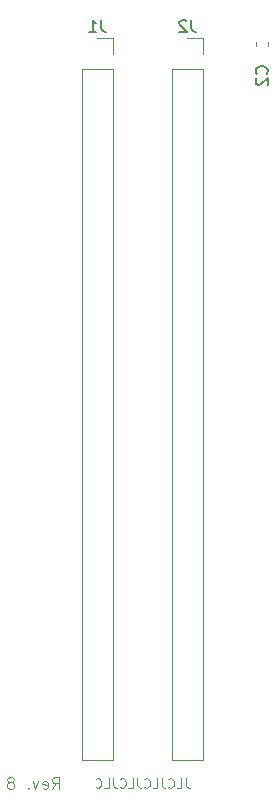
<source format=gbr>
G04 #@! TF.GenerationSoftware,KiCad,Pcbnew,8.0.4+dfsg-1*
G04 #@! TF.CreationDate,2025-02-23T15:18:42+09:00*
G04 #@! TF.ProjectId,bionic-mc146805e2,62696f6e-6963-42d6-9d63-313436383035,8*
G04 #@! TF.SameCoordinates,Original*
G04 #@! TF.FileFunction,Legend,Bot*
G04 #@! TF.FilePolarity,Positive*
%FSLAX46Y46*%
G04 Gerber Fmt 4.6, Leading zero omitted, Abs format (unit mm)*
G04 Created by KiCad (PCBNEW 8.0.4+dfsg-1) date 2025-02-23 15:18:42*
%MOMM*%
%LPD*%
G01*
G04 APERTURE LIST*
%ADD10C,0.100000*%
%ADD11C,0.125000*%
%ADD12C,0.150000*%
%ADD13C,0.120000*%
G04 APERTURE END LIST*
D10*
X117395238Y-136406895D02*
X117395238Y-136978323D01*
X117395238Y-136978323D02*
X117433333Y-137092609D01*
X117433333Y-137092609D02*
X117509524Y-137168800D01*
X117509524Y-137168800D02*
X117623809Y-137206895D01*
X117623809Y-137206895D02*
X117700000Y-137206895D01*
X116633333Y-137206895D02*
X117014285Y-137206895D01*
X117014285Y-137206895D02*
X117014285Y-136406895D01*
X115909523Y-137130704D02*
X115947619Y-137168800D01*
X115947619Y-137168800D02*
X116061904Y-137206895D01*
X116061904Y-137206895D02*
X116138095Y-137206895D01*
X116138095Y-137206895D02*
X116252381Y-137168800D01*
X116252381Y-137168800D02*
X116328571Y-137092609D01*
X116328571Y-137092609D02*
X116366666Y-137016419D01*
X116366666Y-137016419D02*
X116404762Y-136864038D01*
X116404762Y-136864038D02*
X116404762Y-136749752D01*
X116404762Y-136749752D02*
X116366666Y-136597371D01*
X116366666Y-136597371D02*
X116328571Y-136521180D01*
X116328571Y-136521180D02*
X116252381Y-136444990D01*
X116252381Y-136444990D02*
X116138095Y-136406895D01*
X116138095Y-136406895D02*
X116061904Y-136406895D01*
X116061904Y-136406895D02*
X115947619Y-136444990D01*
X115947619Y-136444990D02*
X115909523Y-136483085D01*
X115338095Y-136406895D02*
X115338095Y-136978323D01*
X115338095Y-136978323D02*
X115376190Y-137092609D01*
X115376190Y-137092609D02*
X115452381Y-137168800D01*
X115452381Y-137168800D02*
X115566666Y-137206895D01*
X115566666Y-137206895D02*
X115642857Y-137206895D01*
X114576190Y-137206895D02*
X114957142Y-137206895D01*
X114957142Y-137206895D02*
X114957142Y-136406895D01*
X113852380Y-137130704D02*
X113890476Y-137168800D01*
X113890476Y-137168800D02*
X114004761Y-137206895D01*
X114004761Y-137206895D02*
X114080952Y-137206895D01*
X114080952Y-137206895D02*
X114195238Y-137168800D01*
X114195238Y-137168800D02*
X114271428Y-137092609D01*
X114271428Y-137092609D02*
X114309523Y-137016419D01*
X114309523Y-137016419D02*
X114347619Y-136864038D01*
X114347619Y-136864038D02*
X114347619Y-136749752D01*
X114347619Y-136749752D02*
X114309523Y-136597371D01*
X114309523Y-136597371D02*
X114271428Y-136521180D01*
X114271428Y-136521180D02*
X114195238Y-136444990D01*
X114195238Y-136444990D02*
X114080952Y-136406895D01*
X114080952Y-136406895D02*
X114004761Y-136406895D01*
X114004761Y-136406895D02*
X113890476Y-136444990D01*
X113890476Y-136444990D02*
X113852380Y-136483085D01*
X113280952Y-136406895D02*
X113280952Y-136978323D01*
X113280952Y-136978323D02*
X113319047Y-137092609D01*
X113319047Y-137092609D02*
X113395238Y-137168800D01*
X113395238Y-137168800D02*
X113509523Y-137206895D01*
X113509523Y-137206895D02*
X113585714Y-137206895D01*
X112519047Y-137206895D02*
X112899999Y-137206895D01*
X112899999Y-137206895D02*
X112899999Y-136406895D01*
X111795237Y-137130704D02*
X111833333Y-137168800D01*
X111833333Y-137168800D02*
X111947618Y-137206895D01*
X111947618Y-137206895D02*
X112023809Y-137206895D01*
X112023809Y-137206895D02*
X112138095Y-137168800D01*
X112138095Y-137168800D02*
X112214285Y-137092609D01*
X112214285Y-137092609D02*
X112252380Y-137016419D01*
X112252380Y-137016419D02*
X112290476Y-136864038D01*
X112290476Y-136864038D02*
X112290476Y-136749752D01*
X112290476Y-136749752D02*
X112252380Y-136597371D01*
X112252380Y-136597371D02*
X112214285Y-136521180D01*
X112214285Y-136521180D02*
X112138095Y-136444990D01*
X112138095Y-136444990D02*
X112023809Y-136406895D01*
X112023809Y-136406895D02*
X111947618Y-136406895D01*
X111947618Y-136406895D02*
X111833333Y-136444990D01*
X111833333Y-136444990D02*
X111795237Y-136483085D01*
X111223809Y-136406895D02*
X111223809Y-136978323D01*
X111223809Y-136978323D02*
X111261904Y-137092609D01*
X111261904Y-137092609D02*
X111338095Y-137168800D01*
X111338095Y-137168800D02*
X111452380Y-137206895D01*
X111452380Y-137206895D02*
X111528571Y-137206895D01*
X110461904Y-137206895D02*
X110842856Y-137206895D01*
X110842856Y-137206895D02*
X110842856Y-136406895D01*
X109738094Y-137130704D02*
X109776190Y-137168800D01*
X109776190Y-137168800D02*
X109890475Y-137206895D01*
X109890475Y-137206895D02*
X109966666Y-137206895D01*
X109966666Y-137206895D02*
X110080952Y-137168800D01*
X110080952Y-137168800D02*
X110157142Y-137092609D01*
X110157142Y-137092609D02*
X110195237Y-137016419D01*
X110195237Y-137016419D02*
X110233333Y-136864038D01*
X110233333Y-136864038D02*
X110233333Y-136749752D01*
X110233333Y-136749752D02*
X110195237Y-136597371D01*
X110195237Y-136597371D02*
X110157142Y-136521180D01*
X110157142Y-136521180D02*
X110080952Y-136444990D01*
X110080952Y-136444990D02*
X109966666Y-136406895D01*
X109966666Y-136406895D02*
X109890475Y-136406895D01*
X109890475Y-136406895D02*
X109776190Y-136444990D01*
X109776190Y-136444990D02*
X109738094Y-136483085D01*
D11*
X106077240Y-137308119D02*
X106410573Y-136831928D01*
X106648668Y-137308119D02*
X106648668Y-136308119D01*
X106648668Y-136308119D02*
X106267716Y-136308119D01*
X106267716Y-136308119D02*
X106172478Y-136355738D01*
X106172478Y-136355738D02*
X106124859Y-136403357D01*
X106124859Y-136403357D02*
X106077240Y-136498595D01*
X106077240Y-136498595D02*
X106077240Y-136641452D01*
X106077240Y-136641452D02*
X106124859Y-136736690D01*
X106124859Y-136736690D02*
X106172478Y-136784309D01*
X106172478Y-136784309D02*
X106267716Y-136831928D01*
X106267716Y-136831928D02*
X106648668Y-136831928D01*
X105267716Y-137260500D02*
X105362954Y-137308119D01*
X105362954Y-137308119D02*
X105553430Y-137308119D01*
X105553430Y-137308119D02*
X105648668Y-137260500D01*
X105648668Y-137260500D02*
X105696287Y-137165261D01*
X105696287Y-137165261D02*
X105696287Y-136784309D01*
X105696287Y-136784309D02*
X105648668Y-136689071D01*
X105648668Y-136689071D02*
X105553430Y-136641452D01*
X105553430Y-136641452D02*
X105362954Y-136641452D01*
X105362954Y-136641452D02*
X105267716Y-136689071D01*
X105267716Y-136689071D02*
X105220097Y-136784309D01*
X105220097Y-136784309D02*
X105220097Y-136879547D01*
X105220097Y-136879547D02*
X105696287Y-136974785D01*
X104886763Y-136641452D02*
X104648668Y-137308119D01*
X104648668Y-137308119D02*
X104410573Y-136641452D01*
X104029620Y-137212880D02*
X103982001Y-137260500D01*
X103982001Y-137260500D02*
X104029620Y-137308119D01*
X104029620Y-137308119D02*
X104077239Y-137260500D01*
X104077239Y-137260500D02*
X104029620Y-137212880D01*
X104029620Y-137212880D02*
X104029620Y-137308119D01*
X102648668Y-136736690D02*
X102743906Y-136689071D01*
X102743906Y-136689071D02*
X102791525Y-136641452D01*
X102791525Y-136641452D02*
X102839144Y-136546214D01*
X102839144Y-136546214D02*
X102839144Y-136498595D01*
X102839144Y-136498595D02*
X102791525Y-136403357D01*
X102791525Y-136403357D02*
X102743906Y-136355738D01*
X102743906Y-136355738D02*
X102648668Y-136308119D01*
X102648668Y-136308119D02*
X102458192Y-136308119D01*
X102458192Y-136308119D02*
X102362954Y-136355738D01*
X102362954Y-136355738D02*
X102315335Y-136403357D01*
X102315335Y-136403357D02*
X102267716Y-136498595D01*
X102267716Y-136498595D02*
X102267716Y-136546214D01*
X102267716Y-136546214D02*
X102315335Y-136641452D01*
X102315335Y-136641452D02*
X102362954Y-136689071D01*
X102362954Y-136689071D02*
X102458192Y-136736690D01*
X102458192Y-136736690D02*
X102648668Y-136736690D01*
X102648668Y-136736690D02*
X102743906Y-136784309D01*
X102743906Y-136784309D02*
X102791525Y-136831928D01*
X102791525Y-136831928D02*
X102839144Y-136927166D01*
X102839144Y-136927166D02*
X102839144Y-137117642D01*
X102839144Y-137117642D02*
X102791525Y-137212880D01*
X102791525Y-137212880D02*
X102743906Y-137260500D01*
X102743906Y-137260500D02*
X102648668Y-137308119D01*
X102648668Y-137308119D02*
X102458192Y-137308119D01*
X102458192Y-137308119D02*
X102362954Y-137260500D01*
X102362954Y-137260500D02*
X102315335Y-137212880D01*
X102315335Y-137212880D02*
X102267716Y-137117642D01*
X102267716Y-137117642D02*
X102267716Y-136927166D01*
X102267716Y-136927166D02*
X102315335Y-136831928D01*
X102315335Y-136831928D02*
X102362954Y-136784309D01*
X102362954Y-136784309D02*
X102458192Y-136736690D01*
D12*
X117843333Y-72204819D02*
X117843333Y-72919104D01*
X117843333Y-72919104D02*
X117890952Y-73061961D01*
X117890952Y-73061961D02*
X117986190Y-73157200D01*
X117986190Y-73157200D02*
X118129047Y-73204819D01*
X118129047Y-73204819D02*
X118224285Y-73204819D01*
X117414761Y-72300057D02*
X117367142Y-72252438D01*
X117367142Y-72252438D02*
X117271904Y-72204819D01*
X117271904Y-72204819D02*
X117033809Y-72204819D01*
X117033809Y-72204819D02*
X116938571Y-72252438D01*
X116938571Y-72252438D02*
X116890952Y-72300057D01*
X116890952Y-72300057D02*
X116843333Y-72395295D01*
X116843333Y-72395295D02*
X116843333Y-72490533D01*
X116843333Y-72490533D02*
X116890952Y-72633390D01*
X116890952Y-72633390D02*
X117462380Y-73204819D01*
X117462380Y-73204819D02*
X116843333Y-73204819D01*
X110223333Y-72204819D02*
X110223333Y-72919104D01*
X110223333Y-72919104D02*
X110270952Y-73061961D01*
X110270952Y-73061961D02*
X110366190Y-73157200D01*
X110366190Y-73157200D02*
X110509047Y-73204819D01*
X110509047Y-73204819D02*
X110604285Y-73204819D01*
X109223333Y-73204819D02*
X109794761Y-73204819D01*
X109509047Y-73204819D02*
X109509047Y-72204819D01*
X109509047Y-72204819D02*
X109604285Y-72347676D01*
X109604285Y-72347676D02*
X109699523Y-72442914D01*
X109699523Y-72442914D02*
X109794761Y-72490533D01*
X124219580Y-76742133D02*
X124267200Y-76694514D01*
X124267200Y-76694514D02*
X124314819Y-76551657D01*
X124314819Y-76551657D02*
X124314819Y-76456419D01*
X124314819Y-76456419D02*
X124267200Y-76313562D01*
X124267200Y-76313562D02*
X124171961Y-76218324D01*
X124171961Y-76218324D02*
X124076723Y-76170705D01*
X124076723Y-76170705D02*
X123886247Y-76123086D01*
X123886247Y-76123086D02*
X123743390Y-76123086D01*
X123743390Y-76123086D02*
X123552914Y-76170705D01*
X123552914Y-76170705D02*
X123457676Y-76218324D01*
X123457676Y-76218324D02*
X123362438Y-76313562D01*
X123362438Y-76313562D02*
X123314819Y-76456419D01*
X123314819Y-76456419D02*
X123314819Y-76551657D01*
X123314819Y-76551657D02*
X123362438Y-76694514D01*
X123362438Y-76694514D02*
X123410057Y-76742133D01*
X123410057Y-77123086D02*
X123362438Y-77170705D01*
X123362438Y-77170705D02*
X123314819Y-77265943D01*
X123314819Y-77265943D02*
X123314819Y-77504038D01*
X123314819Y-77504038D02*
X123362438Y-77599276D01*
X123362438Y-77599276D02*
X123410057Y-77646895D01*
X123410057Y-77646895D02*
X123505295Y-77694514D01*
X123505295Y-77694514D02*
X123600533Y-77694514D01*
X123600533Y-77694514D02*
X123743390Y-77646895D01*
X123743390Y-77646895D02*
X124314819Y-77075467D01*
X124314819Y-77075467D02*
X124314819Y-77694514D01*
D13*
X117510000Y-73750000D02*
X118840000Y-73750000D01*
X118840000Y-73750000D02*
X118840000Y-75080000D01*
X118840000Y-134830000D02*
X118840000Y-76350000D01*
X116180000Y-76350000D02*
X118840000Y-76350000D01*
X116180000Y-134830000D02*
X118840000Y-134830000D01*
X116180000Y-134830000D02*
X116180000Y-76350000D01*
X109890000Y-73750000D02*
X111220000Y-73750000D01*
X111220000Y-73750000D02*
X111220000Y-75080000D01*
X111220000Y-134830000D02*
X111220000Y-76350000D01*
X108560000Y-76350000D02*
X111220000Y-76350000D01*
X108560000Y-134830000D02*
X111220000Y-134830000D01*
X108560000Y-134830000D02*
X108560000Y-76350000D01*
X123350000Y-74069033D02*
X123350000Y-74361567D01*
X124370000Y-74069033D02*
X124370000Y-74361567D01*
M02*

</source>
